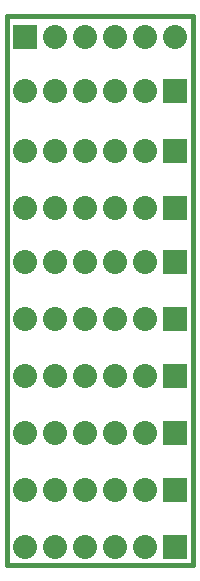
<source format=gbs>
G04 (created by PCBNEW-RS274X (2012-apr-16-27)-stable) date Sun 15 Dec 2013 09:24:04 PM EET*
G01*
G70*
G90*
%MOIN*%
G04 Gerber Fmt 3.4, Leading zero omitted, Abs format*
%FSLAX34Y34*%
G04 APERTURE LIST*
%ADD10C,0.006000*%
%ADD11C,0.015000*%
%ADD12R,0.080000X0.080000*%
%ADD13C,0.080000*%
G04 APERTURE END LIST*
G54D10*
G54D11*
X24500Y-12400D02*
X24500Y-30700D01*
X30700Y-12400D02*
X24500Y-12400D01*
X30700Y-30700D02*
X30700Y-12400D01*
X24500Y-30700D02*
X30700Y-30700D01*
G54D12*
X30100Y-14900D03*
G54D13*
X29100Y-14900D03*
X28100Y-14900D03*
X27100Y-14900D03*
X26100Y-14900D03*
X25100Y-14900D03*
G54D12*
X30100Y-16900D03*
G54D13*
X29100Y-16900D03*
X28100Y-16900D03*
X27100Y-16900D03*
X26100Y-16900D03*
X25100Y-16900D03*
G54D12*
X30100Y-18800D03*
G54D13*
X29100Y-18800D03*
X28100Y-18800D03*
X27100Y-18800D03*
X26100Y-18800D03*
X25100Y-18800D03*
G54D12*
X30100Y-20600D03*
G54D13*
X29100Y-20600D03*
X28100Y-20600D03*
X27100Y-20600D03*
X26100Y-20600D03*
X25100Y-20600D03*
G54D12*
X30100Y-22500D03*
G54D13*
X29100Y-22500D03*
X28100Y-22500D03*
X27100Y-22500D03*
X26100Y-22500D03*
X25100Y-22500D03*
G54D12*
X30100Y-24400D03*
G54D13*
X29100Y-24400D03*
X28100Y-24400D03*
X27100Y-24400D03*
X26100Y-24400D03*
X25100Y-24400D03*
G54D12*
X30100Y-26300D03*
G54D13*
X29100Y-26300D03*
X28100Y-26300D03*
X27100Y-26300D03*
X26100Y-26300D03*
X25100Y-26300D03*
G54D12*
X30100Y-28200D03*
G54D13*
X29100Y-28200D03*
X28100Y-28200D03*
X27100Y-28200D03*
X26100Y-28200D03*
X25100Y-28200D03*
G54D12*
X25100Y-13100D03*
G54D13*
X26100Y-13100D03*
X27100Y-13100D03*
X28100Y-13100D03*
X29100Y-13100D03*
X30100Y-13100D03*
G54D12*
X30100Y-30100D03*
G54D13*
X29100Y-30100D03*
X28100Y-30100D03*
X27100Y-30100D03*
X26100Y-30100D03*
X25100Y-30100D03*
M02*

</source>
